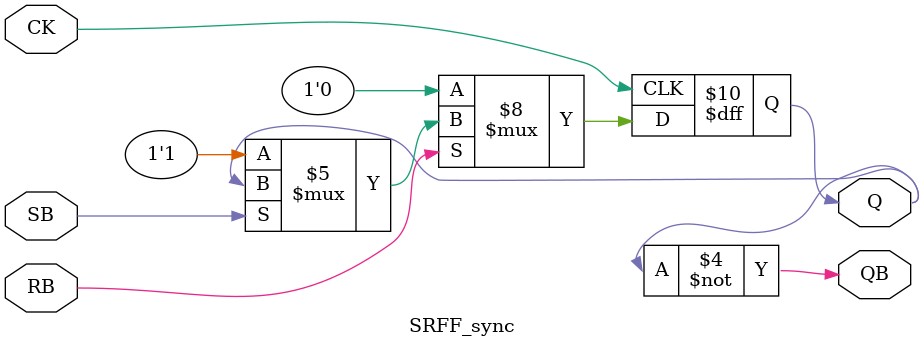
<source format=v>
module SRFF_sync(CK, SB, RB, Q, QB);
    input   CK, SB, RB;
    output  Q, QB;
    reg     Q;

    always @(posedge CK) begin
        if (RB==1'b0)
            Q <= 1'b0;
        else if (SB==1'b0)
            Q <= 1'b1;
    end
    
    assign QB = ~Q;

endmodule

</source>
